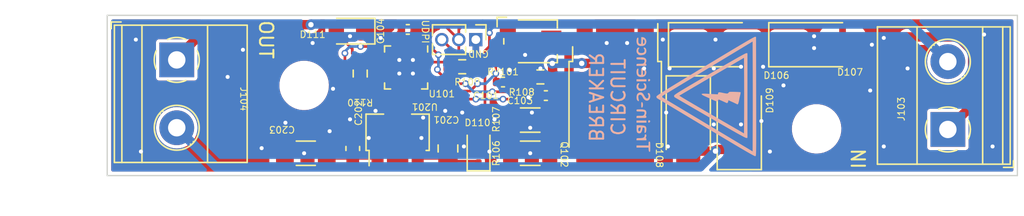
<source format=kicad_pcb>
(kicad_pcb (version 20221018) (generator pcbnew)
  (layers (0 "F.Cu" signal) (31 "B.Cu" signal) (34 "B.Paste" user) (35 "F.Paste" user) (36 "B.SilkS" user "B.Silkscreen") (37 "F.SilkS" user "F.Silkscreen") (38 "B.Mask" user) (39 "F.Mask" user) (44 "Edge.Cuts" user))
  (net 0 "")
  (net 1 "/CS")
  (net 2 "GND")
  (net 3 "+5V")
  (net 4 "VCC")
  (net 5 "Net-(D106-K)")
  (net 6 "Net-(D106-A)")
  (net 7 "Net-(D108-A)")
  (net 8 "Net-(D110-A)")
  (net 9 "Net-(D111-A)")
  (net 10 "Net-(Q102-B)")
  (net 11 "/ON{slash}OFF")
  (net 12 "/UDPI")
  (net 13 "/LED")
  (net 26 "/power control")
  (footprint "Potentiometer_SMD:Potentiometer_Bourns_TC33X_Vertical" (layer "F.Cu") (at 117.729 67.945)
    (fp_text reference "RV101" (at -2.159 2.286 unlocked) (layer "F.SilkS") (effects (font (size 0.5 0.5) (thickness 0.075))))
    (fp_text value "R_Potentiometer")
    (pad "1" smd rect (at -1.8 -1) (size 1.2 1.2) (layers "F.Cu" "F.Paste" "F.Mask") (net 3 "+5V"))
    (pad "2" smd rect (at 1.45 0) (size 1.5 1.6) (layers "F.Cu" "F.Paste" "F.Mask") (net 26 "/power control"))
    (pad "3" smd rect (at -1.8 1) (size 1.2 1.2) (layers "F.Cu" "F.Paste" "F.Mask") (net 2 "GND"))
  )
  (footprint "custom_kicad_lib_sk:R_0603_smalltext" (layer "F.Cu") (at 104.902 70.358 -90)
    (fp_text reference "R110" (at 2.159 0 -180 unlocked) (layer "F.SilkS") (effects (font (size 0.5 0.5) (thickness 0.075))))
    (fp_text value "470R")
    (pad "1" smd roundrect (at -0.9125 0 270) (size 0.975 0.95) (layers "F.Cu" "F.Paste" "F.Mask") (net 9 "Net-(D111-A)"))
    (pad "2" smd roundrect (at 0.9125 0 270) (size 0.975 0.95) (layers "F.Cu" "F.Paste" "F.Mask") (net 13 "/LED"))
  )
  (footprint "TerminalBlock_Phoenix:TerminalBlock_Phoenix_MKDS-1,5-2-5.08_1x02_P5.08mm_Horizontal" (layer "F.Cu") (at 148.805 74.545 90)
    (fp_text reference "J103" (at 1.529 -3.48 90 unlocked) (layer "F.SilkS") (effects (font (size 0.5 0.5) (thickness 0.075))))
    (fp_text value "Screw_Terminal_01x02")
    (pad "1" thru_hole rect (at 0 0 90) (size 2.6 2.6) (drill 1.3) (layers "*.Cu" "*.Mask") (net 6 "Net-(D106-A)"))
    (pad "2" thru_hole circle (at 5.08 0 90) (size 2.6 2.6) (drill 1.3) (layers "*.Cu" "*.Mask") (net 8 "Net-(D110-A)"))
  )
  (footprint "LED_SMD:LED_0805_2012Metric_Pad1.15x1.40mm_HandSolder" (layer "F.Cu") (at 104.14 67.183 180)
    (fp_text reference "D111" (at 2.794 -0.254 unlocked) (layer "F.SilkS") (effects (font (size 0.5 0.5) (thickness 0.075))))
    (fp_text value "LED")
    (pad "1" smd roundrect (at -1.025 0 180) (size 1.15 1.4) (layers "F.Cu" "F.Paste" "F.Mask") (roundrect_rratio 0.2173913043) (net 2 "GND"))
    (pad "2" smd roundrect (at 1.025 0 180) (size 1.15 1.4) (layers "F.Cu" "F.Paste" "F.Mask") (roundrect_rratio 0.2173913043) (net 9 "Net-(D111-A)"))
  )
  (footprint "Diode_SMD:D_SMA" (layer "F.Cu") (at 133.222 74.041 90)
    (fp_text reference "D109" (at 1.668 2.278 90 unlocked) (layer "F.SilkS") (effects (font (size 0.5 0.5) (thickness 0.075))))
    (fp_text value "D")
    (pad "1" smd roundrect (at -2 0 90) (size 2.5 1.8) (layers "F.Cu" "F.Paste" "F.Mask") (roundrect_rratio 0.1388888889) (net 7 "Net-(D108-A)"))
    (pad "2" smd roundrect (at 2 0 90) (size 2.5 1.8) (layers "F.Cu" "F.Paste" "F.Mask") (roundrect_rratio 0.1388888889) (net 2 "GND"))
  )
  (footprint "Resistor_SMD:R_1206_3216Metric" (layer "F.Cu") (at 117.602 73.8435)
    (fp_text reference "R107" (at -2.54 -0.0565 90 unlocked) (layer "F.SilkS") (effects (font (size 0.5 0.5) (thickness 0.075))))
    (fp_text value "0R1")
    (pad "1" smd roundrect (at -1.4625 0) (size 1.125 1.75) (layers "F.Cu" "F.Paste" "F.Mask") (roundrect_rratio 0.2222222222) (net 2 "GND"))
    (pad "2" smd roundrect (at 1.4625 0) (size 1.125 1.75) (layers "F.Cu" "F.Paste" "F.Mask") (roundrect_rratio 0.2222222222) (net 1 "/CS"))
  )
  (footprint "Capacitor_SMD:C_1206_3216Metric_Pad1.33x1.80mm_HandSolder" (layer "F.Cu") (at 100.838 76.327 180)
    (fp_text reference "C203" (at 1.778 1.778 180 unlocked) (layer "F.SilkS") (effects (font (size 0.5 0.5) (thickness 0.075))))
    (fp_text value "100uF")
    (pad "1" smd roundrect (at -1.5625 0 180) (size 1.325 1.8) (layers "F.Cu" "F.Paste" "F.Mask") (roundrect_rratio 0.1886792453) (net 3 "+5V"))
    (pad "2" smd roundrect (at 1.5625 0 180) (size 1.325 1.8) (layers "F.Cu" "F.Paste" "F.Mask") (roundrect_rratio 0.1886792453) (net 2 "GND"))
  )
  (footprint "Capacitor_SMD:C_0402_1005Metric" (layer "F.Cu") (at 115.57 70.993)
    (fp_text reference "C101" (at -1.27 1.016 unlocked) (layer "F.SilkS") (effects (font (size 0.5 0.5) (thickness 0.075))))
    (fp_text value "100nF")
    (pad "1" smd roundrect (at -0.48 0) (size 0.56 0.62) (layers "F.Cu" "F.Paste" "F.Mask") (net 26 "/power control"))
    (pad "2" smd roundrect (at 0.48 0) (size 0.56 0.62) (layers "F.Cu" "F.Paste" "F.Mask") (net 2 "GND"))
  )
  (footprint "custom_kicad_lib_sk:R_0603_smalltext" (layer "F.Cu") (at 112.522 69.85 180)
    (fp_text reference "R109" (at -0.381 -1.143 unlocked) (layer "F.SilkS") (effects (font (size 0.5 0.5) (thickness 0.075))))
    (fp_text value "10k")
    (pad "1" smd roundrect (at -0.9125 0 180) (size 0.975 0.95) (layers "F.Cu" "F.Paste" "F.Mask") (net 3 "+5V"))
    (pad "2" smd roundrect (at 0.9125 0 180) (size 0.975 0.95) (layers "F.Cu" "F.Paste" "F.Mask") (net 12 "/UDPI"))
  )
  (footprint "Capacitor_SMD:C_0402_1005Metric" (layer "F.Cu") (at 108.458 67.056)
    (fp_text reference "C104" (at -2.032 0.127 90 unlocked) (layer "F.SilkS") (effects (font (size 0.5 0.5) (thickness 0.075))))
    (fp_text value "100nF")
    (pad "1" smd roundrect (at -0.48 0) (size 0.56 0.62) (layers "F.Cu" "F.Paste" "F.Mask") (net 3 "+5V"))
    (pad "2" smd roundrect (at 0.48 0) (size 0.56 0.62) (layers "F.Cu" "F.Paste" "F.Mask") (net 2 "GND"))
  )
  (footprint "Diode_SMD:D_SMA" (layer "F.Cu") (at 138.937 68.199)
    (fp_text reference "D107" (at 2.563 2.055 unlocked) (layer "F.SilkS") (effects (font (size 0.5 0.5) (thickness 0.075))))
    (fp_text value "D")
    (pad "1" smd roundrect (at -2 0) (size 2.5 1.8) (layers "F.Cu" "F.Paste" "F.Mask") (roundrect_rratio 0.1388888889) (net 6 "Net-(D106-A)"))
    (pad "2" smd roundrect (at 2 0) (size 2.5 1.8) (layers "F.Cu" "F.Paste" "F.Mask") (roundrect_rratio 0.1388888889) (net 2 "GND"))
  )
  (footprint "MountingHole:MountingHole_3.2mm_M3" (layer "F.Cu") (at 139 74.5)
    (fp_text reference "REF**" hide)
    (fp_text value "MountingHole_3.2mm_M3")
    (pad "" np_thru_hole circle (at 0 0) (size 3.2 3.2) (drill 3.2) (layers "F&B.Cu" "*.Mask"))
  )
  (footprint "Diode_SMD:D_SMA" (layer "F.Cu") (at 129.412 74.041 -90)
    (fp_text reference "D108" (at 2.413 2.158 -90 unlocked) (layer "F.SilkS") (effects (font (size 0.5 0.5) (thickness 0.075))))
    (fp_text value "D")
    (pad "1" smd roundrect (at -2 0 270) (size 2.5 1.8) (layers "F.Cu" "F.Paste" "F.Mask") (roundrect_rratio 0.1388888889) (net 5 "Net-(D106-K)"))
    (pad "2" smd roundrect (at 2 0 270) (size 2.5 1.8) (layers "F.Cu" "F.Paste" "F.Mask") (roundrect_rratio 0.1388888889) (net 7 "Net-(D108-A)"))
  )
  (footprint "Diode_SMD:D_SMA" (layer "F.Cu") (at 131.444 68.199)
    (fp_text reference "D106" (at 4.556 2.301 unlocked) (layer "F.SilkS") (effects (font (size 0.5 0.5) (thickness 0.075))))
    (fp_text value "D")
    (pad "1" smd roundrect (at -2 0) (size 2.5 1.8) (layers "F.Cu" "F.Paste" "F.Mask") (roundrect_rratio 0.1388888889) (net 5 "Net-(D106-K)"))
    (pad "2" smd roundrect (at 2 0) (size 2.5 1.8) (layers "F.Cu" "F.Paste" "F.Mask") (roundrect_rratio 0.1388888889) (net 6 "Net-(D106-A)"))
  )
  (footprint "Resistor_SMD:R_1206_3216Metric" (layer "F.Cu") (at 117.602 76.327 180)
    (fp_text reference "R106" (at 2.54 0 90 unlocked) (layer "F.SilkS") (effects (font (size 0.5 0.5) (thickness 0.075))))
    (fp_text value "0R1")
    (pad "1" smd roundrect (at -1.4625 0 180) (size 1.125 1.75) (layers "F.Cu" "F.Paste" "F.Mask") (roundrect_rratio 0.2222222222) (net 1 "/CS"))
    (pad "2" smd roundrect (at 1.4625 0 180) (size 1.125 1.75) (layers "F.Cu" "F.Paste" "F.Mask") (roundrect_rratio 0.2222222222) (net 2 "GND"))
  )
  (footprint "Capacitor_SMD:C_0805_2012Metric" (layer "F.Cu") (at 111.458 75.969 90)
    (fp_text reference "C201" (at 2.159 -0.127 180 unlocked) (layer "F.SilkS") (effects (font (size 0.5 0.5) (thickness 0.075))))
    (fp_text value "470nF")
    (pad "1" smd roundrect (at -0.95 0 90) (size 1 1.45) (layers "F.Cu" "F.Paste" "F.Mask") (net 4 "VCC"))
    (pad "2" smd roundrect (at 0.95 0 90) (size 1 1.45) (layers "F.Cu" "F.Paste" "F.Mask") (net 2 "GND"))
  )
  (footprint "Package_TO_SOT_SMD:TO-252-2" (layer "F.Cu") (at 123.952 72.766 -90)
    (fp_text reference "Q102" (at 3.649 3.81 -90 unlocked) (layer "F.SilkS") (effects (font (size 0.5 0.5) (thickness 0.075))))
    (fp_text value "4A_DARLINGTON")
    (pad "1" smd roundrect (at -5.04 -2.28 270) (size 2.2 1.2) (layers "F.Cu" "F.Paste" "F.Mask") (roundrect_rratio 0.2083333333) (net 10 "Net-(Q102-B)"))
    (pad "2" smd roundrect (at -0.415 -1.525 270) (size 3.05 2.75) (layers "F.Cu" "F.Paste") (roundrect_rratio 0.09090909091) (net 5 "Net-(D106-K)"))
    (pad "2" smd roundrect (at -0.415 1.525 270) (size 3.05 2.75) (layers "F.Cu" "F.Paste") (roundrect_rratio 0.09090909091) (net 5 "Net-(D106-K)"))
    (pad "2" smd roundrect (at 1.26 0 270) (size 6.4 5.8) (layers "F.Cu" "F.Mask") (roundrect_rratio 0.04310293103) (net 5 "Net-(D106-K)"))
    (pad "2" smd roundrect (at 2.935 -1.525 270) (size 3.05 2.75) (layers "F.Cu" "F.Paste") (roundrect_rratio 0.09090909091) (net 5 "Net-(D106-K)"))
    (pad "2" smd roundrect (at 2.935 1.525 270) (size 3.05 2.75) (layers "F.Cu" "F.Paste") (roundrect_rratio 0.09090909091) (net 5 "Net-(D106-K)"))
    (pad "3" smd roundrect (at -5.04 2.28 270) (size 2.2 1.2) (layers "F.Cu" "F.Paste" "F.Mask") (roundrect_rratio 0.2083333333) (net 1 "/CS"))
  )
  (footprint "Diode_SMD:D_SOD-323" (layer "F.Cu") (at 113.744 76.03 90)
    (fp_text reference "D110" (at 1.989 -0.079 unlocked) (layer "F.SilkS") (effects (font (size 0.5 0.5) (thickness 0.075))))
    (fp_text value "1N4148WS")
    (pad "1" smd roundrect (at -1.05 0 90) (size 0.6 0.45) (layers "F.Cu" "F.Paste" "F.Mask") (net 4 "VCC"))
    (pad "2" smd roundrect (at 1.05 0 90) (size 0.6 0.45) (layers "F.Cu" "F.Paste" "F.Mask") (net 8 "Net-(D110-A)"))
  )
  (footprint "MountingHole:MountingHole_3.2mm_M3" (layer "F.Cu") (at 100.711 71.247)
    (fp_text reference "REF**" hide)
    (fp_text value "MountingHole_3.2mm_M3")
    (pad "" np_thru_hole circle (at 0 0) (size 3.2 3.2) (drill 3.2) (layers "*.Cu" "*.Mask"))
  )
  (footprint "TerminalBlock_Phoenix:TerminalBlock_Phoenix_MKDS-1,5-2-5.08_1x02_P5.08mm_Horizontal" (layer "F.Cu") (at 91.195 69.337 -90)
    (fp_text reference "J104" (at 2.926 -5.004 -90 unlocked) (layer "F.SilkS") (effects (font (size 0.5 0.5) (thickness 0.075))))
    (fp_text value "Screw_Terminal_01x02")
    (pad "1" thru_hole rect (at 0 0 270) (size 2.6 2.6) (drill 1.3) (layers "*.Cu" "*.Mask") (net 8 "Net-(D110-A)"))
    (pad "2" thru_hole circle (at 5.08 0 270) (size 2.6 2.6) (drill 1.3) (layers "*.Cu" "*.Mask") (net 7 "Net-(D108-A)"))
  )
  (footprint "Capacitor_SMD:C_0402_1005Metric" (layer "F.Cu") (at 118.773 72.009 180)
    (fp_text reference "C103" (at 1.933 -0.381 unlocked) (layer "F.SilkS") (effects (font (size 0.5 0.5) (thickness 0.075))))
    (fp_text value "100nF")
    (pad "1" smd roundrect (at -0.48 0 180) (size 0.56 0.62) (layers "F.Cu" "F.Paste" "F.Mask") (net 1 "/CS"))
    (pad "2" smd roundrect (at 0.48 0 180) (size 0.56 0.62) (layers "F.Cu" "F.Paste" "F.Mask") (net 2 "GND"))
  )
  (footprint "custom_kicad_lib_sk:R_0603_smalltext" (layer "F.Cu") (at 118.364 70.612 180)
    (fp_text reference "R108" (at 1.397 -1.143 unlocked) (layer "F.SilkS") (effects (font (size 0.5 0.5) (thickness 0.075))))
    (fp_text value "10k")
    (pad "1" smd roundrect (at -0.9125 0 180) (size 0.975 0.95) (layers "F.Cu" "F.Paste" "F.Mask") (net 10 "Net-(Q102-B)"))
    (pad "2" smd roundrect (at 0.9125 0 180) (size 0.975 0.95) (layers "F.Cu" "F.Paste" "F.Mask") (net 11 "/ON{slash}OFF"))
  )
  (footprint "Connector_PinHeader_1.27mm:PinHeader_1x03_P1.27mm_Vertical" (layer "F.Cu") (at 113.538 67.818 -90)
    (fp_text reference "J105" hide)
    (fp_text value "Conn_01x03")
    (pad "1" thru_hole rect (at 0 0 270) (size 1 1) (drill 0.65) (layers "*.Cu" "*.Mask") (net 2 "GND"))
    (pad "2" thru_hole oval (at 0 1.27 270) (size 1 1) (drill 0.65) (layers "*.Cu" "*.Mask") (net 3 "+5V"))
    (pad "3" thru_hole oval (at 0 2.54 270) (size 1 1) (drill 0.65) (layers "*.Cu" "*.Mask") (net 12 "/UDPI"))
  )
  (footprint "Package_TO_SOT_SMD:SOT-89-3" (layer "F.Cu") (at 107.696 74.757 90)
    (fp_text reference "U201" (at 1.905 2.032 180 unlocked) (layer "F.SilkS") (effects (font (size 0.5 0.5) (thickness 0.075))))
    (fp_text value "L78L05_SOT89")
    (pad "1" smd rect (at -1.95 -1.5 90) (size 1.3 0.9) (layers "F.Cu" "F.Paste" "F.Mask") (net 3 "+5V"))
    (pad "2" smd custom (at -1.8625 0 90) (size 1.475 0.9) (layers "F.Cu" "F.Paste" "F.Mask") (net 2 "GND") (options (clearance outline) (anchor rect)) (primitives (gr_poly (pts (xy 3.8625 0.8665) (xy 0.7375 0.8665) (xy 0.7375 -0.8665) (xy 3.8625 -0.8665)) (width 0) (fill yes))))
    (pad "3" smd rect (at -1.95 1.5 90) (size 1.3 0.9) (layers "F.Cu" "F.Paste" "F.Mask") (net 4 "VCC"))
  )
  (footprint "Capacitor_SMD:C_0603_1608Metric_Pad1.08x0.95mm_HandSolder" (layer "F.Cu") (at 104.346 75.969 90)
    (fp_text reference "C202" (at 2.667 0.429 90 unlocked) (layer "F.SilkS") (effects (font (size 0.5 0.5) (thickness 0.075))))
    (fp_text value "100nF")
    (pad "1" smd roundrect (at -0.8625 0 90) (size 1.075 0.95) (layers "F.Cu" "F.Paste" "F.Mask") (net 3 "+5V"))
    (pad "2" smd roundrect (at 0.8625 0 90) (size 1.075 0.95) (layers "F.Cu" "F.Paste" "F.Mask") (net 2 "GND"))
  )
  (footprint "custom_kicad_lib_sk:VQFN-20-1EP_3x3mm_P0.4mm_EP1.7x1.7mm" (layer "F.Cu") (at 108.331 69.903 -90)
    (fp_text reference "U101" (at 1.979 -2.667 unlocked) (layer "F.SilkS") (effects (font (size 0.5 0.5) (thickness 0.075))))
    (fp_text value "ATtiny1616-M")
    (pad "1" smd custom (at -1.45 -0.8 270) (size 0.143431 0.143431) (layers "F.Cu" "F.Paste" "F.Mask") (options (clearance outline) (anchor circle)) (primitives (gr_poly (pts (xy 0.35 0.000711) (xy 0.35 0.05) (xy -0.35 0.05) (xy -0.35 -0.05) (xy 0.299289 -0.05)) (width 0.1) (fill yes))))
    (pad "2" smd roundrect (at -1.45 -0.4 270) (size 0.8 0.2) (layers "F.Cu" "F.Paste" "F.Mask") (net 11 "/ON{slash}OFF"))
    (pad "3" smd roundrect (at -1.45 0 270) (size 0.8 0.2) (layers "F.Cu" "F.Paste" "F.Mask") (net 2 "GND"))
    (pad "4" smd roundrect (at -1.45 0.4 270) (size 0.8 0.2) (layers "F.Cu" "F.Paste" "F.Mask") (net 3 "+5V"))
    (pad "5" smd custom (at -1.45 0.8 270) (size 0.143431 0.143431) (layers "F.Cu" "F.Paste" "F.Mask") (net 13 "/LED") (options (clearance outline) (anchor circle)) (primitives (gr_poly (pts (xy 0.35 -0.000711) (xy 0.299289 0.05) (xy -0.35 0.05) (xy -0.35 -0.05) (xy 0.35 -0.05)) (width 0.1) (fill yes))))
    (pad "6" smd custom (at -0.8 1.45 270) (size 0.143431 0.143431) (layers "F.Cu" "F.Paste" "F.Mask") (options (clearance outline) (anchor circle)) (primitives (gr_poly (pts (xy 0.05 0.35) (xy -0.05 0.35) (xy -0.05 -0.299289) (xy 0.000711 -0.35) (xy 0.05 -0.35)) (width 0.1) (fill yes))))
    (pad "7" smd roundrect (at -0.4 1.45 270) (size 0.2 0.8) (layers "F.Cu" "F.Paste" "F.Mask") (net 1 "/CS"))
    (pad "8" smd roundrect (at 0 1.45 270) (size 0.2 0.8) (layers "F.Cu" "F.Paste" "F.Mask"))
    (pad "9" smd roundrect (at 0.4 1.45 270) (size 0.2 0.8) (layers "F.Cu" "F.Paste" "F.Mask"))
    (pad "10" smd custom (at 0.8 1.45 270) (size 0.143431 0.143431) (layers "F.Cu" "F.Paste" "F.Mask") (options (clearance outline) (anchor circle)) (primitives (gr_poly (pts (xy 0.05 -0.299289) (xy 0.05 0.35) (xy -0.05 0.35) (xy -0.05 -0.35) (xy -0.000711 -0.35)) (width 0.1) (fill yes))))
    (pad "11" smd custom (at 1.45 0.8 270) (size 0.143431 0.143431) (layers "F.Cu" "F.Paste" "F.Mask") (options (clearance outline) (anchor circle)) (primitives (gr_poly (pts (xy 0.35 0.05) (xy -0.299289 0.05) (xy -0.35 -0.000711) (xy -0.35 -0.05) (xy 0.35 -0.05)) (width 0.1) (fill yes))))
    (pad "12" smd roundrect (at 1.45 0.4 270) (size 0.8 0.2) (layers "F.Cu" "F.Paste" "F.Mask"))
    (pad "13" smd roundrect (at 1.45 0 270) (size 0.8 0.2) (layers "F.Cu" "F.Paste" "F.Mask"))
    (pad "14" smd roundrect (at 1.45 -0.4 270) (size 0.8 0.2) (layers "F.Cu" "F.Paste" "F.Mask"))
    (pad "15" smd custom (at 1.45 -0.8 270) (size 0.143431 0.143431) (layers "F.Cu" "F.Paste" "F.Mask") (options (clearance outline) (anchor circle)) (primitives (gr_poly (pts (xy 0.35 0.05) (xy -0.35 0.05) (xy -0.35 0.000711) (xy -0.299289 -0.05) (xy 0.35 -0.05)) (width 0.1) (fill yes))))
    (pad "16" smd custom (at 0.8 -1.45 270) (size 0.143431 0.143431) (layers "F.Cu" "F.Paste" "F.Mask") (net 26 "/power control") (options (clearance outline) (anchor circle)) (primitives (gr_poly (pts (xy 0.05 0.299289) (xy -0.000711 0.35) (xy -0.05 0.35) (xy -0.05 -0.35) (xy 0.05 -0.35)) (width 0.1) (fill yes))))
    (pad "17" smd roundrect (at 0.4 -1.45 270) (size 0.2 0.8) (layers "F.Cu" "F.Paste" "F.Mask"))
    (pad "18" smd roundrect (at 0 -1.45 270) (size 0.2 0.8) (layers "F.Cu" "F.Paste" "F.Mask"))
    (pad "19" smd roundrect (at -0.4 -1.45 270) (size 0.2 0.8) (layers "F.Cu" "F.Paste" "F.Mask") (net 12 "/UDPI"))
    (pad "20" smd custom (at -0.8 -1.45 270) (size 0.143431 0.143431) (layers "F.Cu" "F.Paste" "F.Mask") (options (clearance outline) (anchor circle)) (primitives (gr_poly (pts (xy 0.05 0.35) (xy 0.000711 0.35) (xy -0.05 0.299289) (xy -0.05 -0.35) (xy 0.05 -0.35)) (width 0.1) (fill yes))))
    (pad "21" smd rect (at 0 0 270) (size 1.7 1.7) (layers "F.Cu" "F.Mask") (net 2 "GND"))
  )
  (footprint "custom_kicad_lib_sk:Train-Science logo small" (layer "B.Cu") (at 129.921 72.009 90)
    (fp_text reference "G***" hide)
    (fp_text value "LOGO" hide)
  )
  (gr_line (start 154 78) (end 154 66) (stroke (width 0.1)) (layer "Edge.Cuts"))
  (gr_line (start 154 78) (end 86 78) (stroke (width 0.1)) (layer "Edge.Cuts"))
  (gr_line (start 86 66) (end 86 78) (stroke (width 0.1)) (layer "Edge.Cuts"))
  (gr_line (start 154 66) (end 86 66) (stroke (width 0.1)) (layer "Edge.Cuts"))
  (gr_text "CIRCUIT\nBREAKER" (at 121.92 72.136 270) (layer "B.SilkS") (effects (font (size 1 1)) (justify bottom mirror)))
  (gr_text "IN" (at 142.748 77.597 90) (layer "F.SilkS") (effects (font (size 1 1)) (justify left bottom)))
  (gr_text "UDPI" (at 109.474 66.294 -90) (layer "F.SilkS") (effects (font (size 0.5 0.5) (thickness 0.075)) (justify left bottom)))
  (gr_text "GND\n" (at 114.554 68.58 180) (layer "F.SilkS") (effects (font (size 0.5 0.5) (thickness 0.075)) (justify left bottom)))
  (gr_text "OUT" (at 97.282 66.294 270) (layer "F.SilkS") (effects (font (size 1 1)) (justify left bottom)))
  (segment (start 120.502 70.987693) (end 119.480693 72.009) (width 0.7) (layer "F.Cu") (net 1))
  (segment (start 106.172 69.717025) (end 106.172 70.888975) (width 0.2) (layer "F.Cu") (net 1))
  (segment (start 119.253 73.655) (end 119.0645 73.8435) (width 0.7) (layer "F.Cu") (net 1))
  (segment (start 116.666593 71.962593) (end 116.35536 72.273826) (width 0.2) (layer "F.Cu") (net 1))
  (segment (start 106.881 69.503) (end 106.386025 69.503) (width 0.2) (layer "F.Cu") (net 1))
  (segment (start 120.502 68.896) (end 120.502 70.987693) (width 0.7) (layer "F.Cu") (net 1))
  (segment (start 116.35536 72.273826) (end 115.57 72.273826) (width 0.2) (layer "F.Cu") (net 1))
  (segment (start 119.253 72.009) (end 118.631 71.387) (width 0.2) (layer "F.Cu") (net 1))
  (segment (start 119.480693 72.009) (end 119.253 72.009) (width 0.7) (layer "F.Cu") (net 1))
  (segment (start 119.0645 73.8435) (end 119.0645 76.327) (width 0.7) (layer "F.Cu") (net 1))
  (segment (start 106.172 70.888975) (end 107.556851 72.273826) (width 0.2) (layer "F.Cu") (net 1))
  (segment (start 119.253 72.009) (end 119.253 73.655) (width 0.7) (layer "F.Cu") (net 1))
  (segment (start 118.631 71.387) (end 117.242186 71.387) (width 0.2) (layer "F.Cu") (net 1))
  (segment (start 106.386025 69.503) (end 106.172 69.717025) (width 0.2) (layer "F.Cu") (net 1))
  (segment (start 107.556851 72.273826) (end 113.538 72.273826) (width 0.2) (layer "F.Cu") (net 1))
  (segment (start 117.242186 71.387) (end 116.666593 71.962593) (width 0.2) (layer "F.Cu") (net 1))
  (segment (start 121.672 67.726) (end 120.502 68.896) (width 0.7) (layer "F.Cu") (net 1))
  (via (at 115.57 72.273826) (size 0.5) (drill 0.3) (layers "F.Cu" "B.Cu") (net 1))
  (via (at 113.538 72.273826) (size 0.5) (drill 0.3) (layers "F.Cu" "B.Cu") (net 1))
  (segment (start 113.538 72.273826) (end 115.57 72.273826) (width 0.2) (layer "B.Cu") (net 1))
  (segment (start 116.078 70.104) (end 116.078 69.094) (width 0.2) (layer "F.Cu") (net 2))
  (segment (start 116.05 70.993) (end 116.05 70.132) (width 0.2) (layer "F.Cu") (net 2))
  (segment (start 116.078 69.094) (end 115.929 68.945) (width 0.2) (layer "F.Cu") (net 2))
  (segment (start 116.05 70.132) (end 116.078 70.104) (width 0.2) (layer "F.Cu") (net 2))
  (segment (start 106.426 67.691) (end 105.673 67.691) (width 0.2) (layer "F.Cu") (net 2))
  (segment (start 108.331 67.663) (end 108.938 67.056) (width 0.2) (layer "F.Cu") (net 2))
  (segment (start 104.14 67.564) (end 104.784 67.564) (width 0.2) (layer "F.Cu") (net 2))
  (segment (start 108.331 68.453) (end 108.331 69.903) (width 0.2) (layer "F.Cu") (net 2))
  (segment (start 104.784 67.564) (end 105.165 67.183) (width 0.2) (layer "F.Cu") (net 2))
  (segment (start 108.331 68.453) (end 108.331 67.663) (width 0.2) (layer "F.Cu") (net 2))
  (segment (start 105.673 67.691) (end 105.165 67.183) (width 0.2) (layer "F.Cu") (net 2))
  (via (at 126.111 69.977) (size 0.5) (drill 0.3) (layers "F.Cu" "B.Cu") (net 2))
  (via (at 131.445 67.818) (size 0.5) (drill 0.3) (layers "F.Cu" "B.Cu") (net 2))
  (via (at 112.522 73.279) (size 0.5) (drill 0.3) (layers "F.Cu" "B.Cu") (net 2))
  (via (at 117.475 72.136) (size 0.5) (drill 0.3) (layers "F.Cu" "B.Cu") (net 2))
  (via (at 109.474 75.184) (size 0.5) (drill 0.3) (layers "F.Cu" "B.Cu") (net 2))
  (via (at 114.935 73.787) (size 0.5) (drill 0.3) (layers "F.Cu" "B.Cu") (net 2))
  (via (at 96.139 68.58) (size 0.5) (drill 0.3) (layers "F.Cu" "B.Cu") (net 2))
  (via (at 133.35 69.85) (size 0.5) (drill 0.3) (layers "F.Cu" "B.Cu") (net 2))
  (via (at 152.146 75.819) (size 0.5) (drill 0.3) (layers "F.Cu" "B.Cu") (net 2))
  (via (at 143.002 71.628) (size 0.5) (drill 0.3) (layers "F.Cu" "B.Cu") (net 2))
  (via (at 138.811 67.564) (size 0.5) (drill 0.3) (layers "F.Cu" "B.Cu") (net 2))
  (via (at 131.318 69.977) (size 0.5) (drill 0.3) (layers "F.Cu" "B.Cu") (net 2))
  (via (at 128.016 69.977) (size 0.5) (drill 0.3) (layers "F.Cu" "B.Cu") (net 2))
  (via (at 127.889 75.819) (size 0.5) (drill 0.3) (layers "F.Cu" "B.Cu") (net 2))
  (via (at 151.511 67.437) (size 0.5) (drill 0.3) (layers "F.Cu" "B.Cu") (net 2))
  (via (at 106.426 67.691) (size 0.5) (drill 0.3) (layers "F.Cu" "B.Cu") (net 2))
  (via (at 138.811 68.453) (size 0.5) (drill 0.3) (layers "F.Cu" "B.Cu") (net 2))
  (via (at 99.314 74.041) (size 0.5) (drill 0.3) (layers "F.Cu" "B.Cu") (net 2))
  (via (at 135.001 69.85) (size 0.5) (drill 0.3) (layers "F.Cu" "B.Cu") (net 2))
  (via (at 111.252 73.152) (size 0.5) (drill 0.3) (layers "F.Cu" "B.Cu") (net 2))
  (via (at 123.317 68.072) (size 0.5) (drill 0.3) (layers "F.Cu" "B.Cu") (net 2))
  (via (at 135.509 76.2) (size 0.5) (drill 0.3) (layers "F.Cu" "B.Cu") (net 2))
  (via (at 107.823 70.358) (size 0.5) (drill 0.3) (layers "F.Cu" "B.Cu") (net 2))
  (via (at 117.602 76.327) (size 0.5) (drill 0.3) (layers "F.Cu" "B.Cu") (net 2))
  (via (at 136.525 71.247) (size 0.5) (drill 0.3) (layers "F.Cu" "B.Cu") (net 2))
  (via (at 131.318 74.168) (size 0.5) (drill 0.3) (layers "F.Cu" "B.Cu") (net 2))
  (via (at 104.14 67.564) (size 0.5) (drill 0.3) (layers "F.Cu" "B.Cu") (net 2))
  (via (at 106.045 73.152) (size 0.5) (drill 0.3) (layers "F.Cu" "B.Cu") (net 2))
  (via (at 114.554 76.2) (size 0.5) (drill 0.3) (layers "F.Cu" "B.Cu") (net 2))
  (via (at 88.138 67.818) (size 0.5) (drill 0.3) (layers "F.Cu" "B.Cu") (net 2))
  (via (at 144.018 75.819) (size 0.5) (drill 0.3) (layers "F.Cu" "B.Cu") (net 2))
  (via (at 108.839 69.342) (size 0.5) (drill 0.3) (layers "F.Cu" "B.Cu") (net 2))
  (via (at 112.649 75.819) (size 0.5) (drill 0.3) (layers "F.Cu" "B.Cu") (net 2))
  (via (at 102.616 74.676) (size 0.5) (drill 0.3) (layers "F.Cu" "B.Cu") (net 2))
  (via (at 88.519 76.2) (size 0.5) (drill 0.3) (layers "F.Cu" "B.Cu") (net 2))
  (via (at 127.762 73.279) (size 0.5) (drill 0.3) (layers "F.Cu" "B.Cu") (net 2))
  (via (at 124.841 68.072) (size 0.5) (drill 0.3) (layers "F.Cu" "B.Cu") (net 2))
  (via (at 102.87 71.501) (size 0.5) (drill 0.3) (layers "F.Cu" "B.Cu") (net 2))
  (via (at 145.796 69.977) (size 0.5) (drill 0.3) (layers "F.Cu" "B.Cu") (net 2))
  (via (at 117.729 73.279) (size 0.5) (drill 0.3) (layers "F.Cu" "B.Cu") (net 2))
  (via (at 101.346 68.072) (size 0.5) (drill 0.3) (layers "F.Cu" "B.Cu") (net 2))
  (via (at 117.602 74.422) (size 0.5) (drill 0.3) (layers "F.Cu" "B.Cu") (net 2))
  (via (at 143.129 68.199) (size 0.5) (drill 0.3) (layers "F.Cu" "B.Cu") (net 2))
  (via (at 109.601 73.66) (size 0.5) (drill 0.3) (layers "F.Cu" "B.Cu") (net 2))
  (via (at 134.874 73.914) (size 0.5) (drill 0.3) (layers "F.Cu" "B.Cu") (net 2))
  (via (at 100.711 76.327) (size 0.5) (drill 0.3) (layers "F.Cu" "B.Cu") (net 2))
  (via (at 127.508 67.818) (size 0.5) (drill 0.3) (layers "F.Cu" "B.Cu") (net 2))
  (via (at 105.537 75.184) (size 0.5) (drill 0.3) (layers "F.Cu" "B.Cu") (net 2))
  (via (at 104.14 73.787) (size 0.5) (drill 0.3) (layers "F.Cu" "B.Cu") (net 2))
  (via (at 108.839 70.358) (size 0.5) (drill 0.3) (layers "F.Cu" "B.Cu") (net 2))
  (via (at 107.823 69.342) (size 0.5) (drill 0.3) (layers "F.Cu" "B.Cu") (net 2))
  (via (at 118.364 69.977) (size 0.5) (drill 0.3) (layers "F.Cu" "B.Cu") (net 2))
  (via (at 97.536 75.946) (size 0.5) (drill 0.3) (layers "F.Cu" "B.Cu") (net 2))
  (via (at 94.996 70.612) (size 0.5) (drill 0.3) (layers "F.Cu" "B.Cu") (net 2))
  (via (at 116.078 70.104) (size 0.5) (drill 0.3) (layers "F.Cu" "B.Cu") (net 2))
  (via (at 117.221 68.961) (size 0.5) (drill 0.3) (layers "F.Cu" "B.Cu") (net 2))
  (via (at 133.35 74.168) (size 0.5) (drill 0.3) (layers "F.Cu" "B.Cu") (net 2))
  (via (at 144.018 67.691) (size 0.5) (drill 0.3) (layers "F.Cu" "B.Cu") (net 2))
  (segment (start 106.196 74.7) (end 106.196 76.707) (width 0.2) (layer "F.Cu") (net 3))
  (segment (start 115.929 66.945) (end 115.659 66.675) (width 0.2) (layer "F.Cu") (net 3))
  (segment (start 102.7805 76.707) (end 106.196 76.707) (width 0.2) (layer "F.Cu") (net 3))
  (segment (start 112.687 66.637) (end 112.268 67.056) (width 0.2) (layer "F.Cu") (net 3))
  (segment (start 103.759 72.263) (end 106.196 74.7) (width 0.2) (layer "F.Cu") (net 3))
  (segment (start 108.331 66.421) (end 107.978 66.774) (width 0.2) (layer "F.Cu") (net 3))
  (segment (start 107.978 66.774) (end 107.978 67.056) (width 0.2) (layer "F.Cu") (net 3))
  (segment (start 104.922926 68.3325) (end 105.568317 68.3325) (width 0.2) (layer "F.Cu") (net 3))
  (segment (start 103.759 68.834) (end 103.759 72.263) (width 0.2) (layer "F.Cu") (net 3))
  (segment (start 115.659 66.675) (end 114.376 66.675) (width 0.2) (layer "F.Cu") (net 3))
  (segment (start 114.376 66.675) (end 114.338 66.637) (width 0.2) (layer "F.Cu") (net 3))
  (segment (start 114.338 66.637) (end 112.687 66.637) (width 0.2) (layer "F.Cu") (net 3))
  (segment (start 110.871 66.421) (end 108.331 66.421) (width 0.2) (layer "F.Cu") (net 3))
  (segment (start 105.568317 68.3325) (end 105.597817 68.303) (width 0.2) (layer "F.Cu") (net 3))
  (segment (start 112.268 67.818) (end 110.871 66.421) (width 0.2) (layer "F.Cu") (net 3))
  (segment (start 102.4005 76.327) (end 102.7805 76.707) (width 0.2) (layer "F.Cu") (net 3))
  (segment (start 112.268 68.6835) (end 112.268 67.818) (width 0.2) (layer "F.Cu") (net 3))
  (segment (start 112.268 67.056) (end 112.268 67.818) (width 0.2) (layer "F.Cu") (net 3))
  (segment (start 106.703 68.303) (end 107.95 67.056) (width 0.2) (layer "F.Cu") (net 3))
  (segment (start 107.95 67.056) (end 107.978 67.056) (width 0.2) (layer "F.Cu") (net 3))
  (segment (start 113.4345 69.85) (end 112.268 68.6835) (width 0.2) (layer "F.Cu") (net 3))
  (segment (start 107.931 67.103) (end 107.931 68.453) (width 0.2) (layer "F.Cu") (net 3))
  (segment (start 105.597817 68.303) (end 106.703 68.303) (width 0.2) (layer "F.Cu") (net 3))
  (segment (start 107.978 67.056) (end 107.931 67.103) (width 0.2) (layer "F.Cu") (net 3))
  (via (at 103.759 68.834) (size 0.5) (drill 0.3) (layers "F.Cu" "B.Cu") (net 3))
  (via (at 104.922926 68.3325) (size 0.5) (drill 0.3) (layers "F.Cu" "B.Cu") (net 3))
  (segment (start 104.1335 68.3325) (end 104.922926 68.3325) (width 0.2) (layer "B.Cu") (net 3))
  (segment (start 103.759 68.834) (end 103.759 68.707) (width 0.2) (layer "B.Cu") (net 3))
  (segment (start 103.759 68.707) (end 104.1335 68.3325) (width 0.2) (layer "B.Cu") (net 3))
  (segment (start 111.246 76.707) (end 111.458 76.919) (width 0.2) (layer "F.Cu") (net 4))
  (segment (start 111.458 76.919) (end 113.583 76.919) (width 0.2) (layer "F.Cu") (net 4))
  (segment (start 113.583 76.919) (end 113.744 77.08) (width 0.2) (layer "F.Cu") (net 4))
  (segment (start 109.196 76.707) (end 111.246 76.707) (width 0.2) (layer "F.Cu") (net 4))
  (segment (start 129.412 68.231) (end 129.444 68.199) (width 0.7) (layer "F.Cu") (net 5))
  (segment (start 129.412 72.041) (end 129.412 68.231) (width 0.7) (layer "F.Cu") (net 5))
  (segment (start 125.787 72.041) (end 125.477 72.351) (width 0.7) (layer "F.Cu") (net 5))
  (segment (start 129.412 72.041) (end 125.787 72.041) (width 0.7) (layer "F.Cu") (net 5))
  (segment (start 150.655 72.695) (end 150.655 68.698704) (width 0.7) (layer "F.Cu") (net 6))
  (segment (start 148.805 74.545) (end 150.655 72.695) (width 0.7) (layer "F.Cu") (net 6))
  (segment (start 150.655 68.698704) (end 149.571296 67.615) (width 0.7) (layer "F.Cu") (net 6))
  (segment (start 133.444 68.199) (end 136.937 68.199) (width 0.7) (layer "F.Cu") (net 6))
  (segment (start 139.065 69.977) (end 137.287 68.199) (width 0.7) (layer "F.Cu") (net 6))
  (segment (start 143.383 69.977) (end 139.065 69.977) (width 0.7) (layer "F.Cu") (net 6))
  (segment (start 137.287 68.199) (end 136.937 68.199) (width 0.7) (layer "F.Cu") (net 6))
  (segment (start 145.745 67.615) (end 143.383 69.977) (width 0.7) (layer "F.Cu") (net 6))
  (segment (start 149.571296 67.615) (end 145.745 67.615) (width 0.7) (layer "F.Cu") (net 6))
  (segment (start 131.445 76.168) (end 129.539 76.168) (width 0.7) (layer "F.Cu") (net 7))
  (segment (start 133.222 76.041) (end 131.572 76.041) (width 0.7) (layer "F.Cu") (net 7))
  (segment (start 129.539 76.168) (end 129.412 76.041) (width 0.7) (layer "F.Cu") (net 7))
  (segment (start 131.572 76.041) (end 131.445 76.168) (width 0.7) (layer "F.Cu") (net 7))
  (segment (start 91.308 74.417) (end 91.195 74.417) (width 0.7) (layer "F.Cu") (net 7))
  (via (at 131.445 76.168) (size 0.8) (drill 0.4) (layers "F.Cu" "B.Cu") (net 7))
  (segment (start 131.445 76.168) (end 131.445 76.2) (width 0.7) (layer "B.Cu") (net 7))
  (segment (start 94.128 77.35) (end 91.195 74.417) (width 0.7) (layer "B.Cu") (net 7))
  (segment (start 130.295 77.35) (end 94.128 77.35) (width 0.7) (layer "B.Cu") (net 7))
  (segment (start 131.445 76.2) (end 130.295 77.35) (width 0.7) (layer "B.Cu") (net 7))
  (segment (start 91.195 69.337) (end 91.195 69.206) (width 0.7) (layer "F.Cu") (net 8))
  (segment (start 92.964 67.437) (end 93.7015 66.6995) (width 0.7) (layer "F.Cu") (net 8))
  (segment (start 91.195 69.206) (end 92.964 67.437) (width 0.7) (layer "F.Cu") (net 8))
  (segment (start 93.7015 66.6995) (end 101.219 66.6995) (width 0.7) (layer "F.Cu") (net 8))
  (segment (start 114.222 74.502) (end 113.744 74.98) (width 0.2) (layer "F.Cu") (net 8))
  (segment (start 114.222 68.658) (end 114.222 74.502) (width 0.2) (layer "F.Cu") (net 8))
  (segment (start 114.554 68.326) (end 114.222 68.658) (width 0.2) (layer "F.Cu") (net 8))
  (segment (start 114.554 67.31) (end 114.554 68.326) (width 0.2) (layer "F.Cu") (net 8))
  (via (at 101.219 66.6995) (size 0.8) (drill 0.4) (layers "F.Cu" "B.Cu") (net 8))
  (via (at 114.554 67.31) (size 0.5) (drill 0.3) (layers "F.Cu" "B.Cu") (net 8))
  (segment (start 148.805 69.465) (end 145.99 66.65) (width 0.7) (layer "B.Cu") (net 8))
  (segment (start 145.99 66.65) (end 115.189 66.65) (width 0.7) (layer "B.Cu") (net 8))
  (segment (start 114.046 66.65) (end 101.2685 66.65) (width 0.7) (layer "B.Cu") (net 8))
  (segment (start 114.554 67.158) (end 114.046 66.65) (width 0.2) (layer "B.Cu") (net 8))
  (segment (start 114.554 67.31) (end 114.554 67.1705) (width 0.2) (layer "B.Cu") (net 8))
  (segment (start 101.2685 66.65) (end 101.219 66.6995) (width 0.7) (layer "B.Cu") (net 8))
  (segment (start 115.189 66.65) (end 114.046 66.65) (width 0.7) (layer "B.Cu") (net 8))
  (segment (start 115.0745 66.65) (end 115.189 66.65) (width 0.2) (layer "B.Cu") (net 8))
  (segment (start 114.554 67.1705) (end 115.0745 66.65) (width 0.2) (layer "B.Cu") (net 8))
  (segment (start 114.554 67.31) (end 114.554 67.158) (width 0.2) (layer "B.Cu") (net 8))
  (segment (start 104.902 69.4455) (end 104.309 68.8525) (width 0.2) (layer "F.Cu") (net 9))
  (segment (start 104.309 68.8525) (end 104.309 68.510818) (width 0.2) (layer "F.Cu") (net 9))
  (segment (start 103.115 67.316818) (end 103.115 67.183) (width 0.2) (layer "F.Cu") (net 9))
  (segment (start 104.309 68.510818) (end 103.115 67.316818) (width 0.2) (layer "F.Cu") (net 9))
  (segment (start 119.2765 69.6195) (end 119.253 69.596) (width 0.7) (layer "F.Cu") (net 10))
  (segment (start 126.232 68.205) (end 126.232 67.726) (width 0.7) (layer "F.Cu") (net 10))
  (segment (start 119.2765 70.612) (end 119.2765 69.6195) (width 0.7) (layer "F.Cu") (net 10))
  (segment (start 124.841 69.596) (end 126.232 68.205) (width 0.7) (layer "F.Cu") (net 10))
  (segment (start 121.4515 69.596) (end 124.841 69.596) (width 0.7) (layer "F.Cu") (net 10))
  (via (at 119.253 69.596) (size 0.8) (drill 0.4) (layers "F.Cu" "B.Cu") (net 10))
  (via (at 121.4515 69.596) (size 0.8) (drill 0.4) (layers "F.Cu" "B.Cu") (net 10))
  (segment (start 119.253 69.596) (end 121.4515 69.596) (width 0.7) (layer "B.Cu") (net 10))
  (segment (start 108.731 67.958025) (end 108.936025 67.753) (width 0.2) (layer "F.Cu") (net 11))
  (segment (start 111.63186 71.12) (end 110.6725 70.16064) (width 0.2) (layer "F.Cu") (net 11))
  (segment (start 108.731 68.453) (end 108.731 67.958025) (width 0.2) (layer "F.Cu") (net 11))
  (segment (start 117.4515 70.612) (end 116.339174 71.724326) (width 0.2) (layer "F.Cu") (net 11))
  (segment (start 109.5435 67.753) (end 110.744 68.9535) (width 0.2) (layer "F.Cu") (net 11))
  (segment (start 112.776 71.12) (end 111.63186 71.12) (width 0.2) (layer "F.Cu") (net 11))
  (segment (start 108.936025 67.753) (end 109.5435 67.753) (width 0.2) (layer "F.Cu") (net 11))
  (segment (start 110.6725 70.16064) (end 110.6725 70.0525) (width 0.2) (layer "F.Cu") (net 11))
  (segment (start 116.339174 71.724326) (end 114.7715 71.724326) (width 0.2) (layer "F.Cu") (net 11))
  (via (at 112.776 71.12) (size 0.5) (drill 0.3) (layers "F.Cu" "B.Cu") (net 11))
  (via (at 114.7715 71.724326) (size 0.5) (drill 0.3) (layers "F.Cu" "B.Cu") (net 11))
  (via (at 110.6725 70.0525) (size 0.5) (drill 0.3) (layers "F.Cu" "B.Cu") (net 11))
  (via (at 110.744 68.9535) (size 0.5) (drill 0.3) (layers "F.Cu" "B.Cu") (net 11))
  (segment (start 113.380326 71.724326) (end 114.7715 71.724326) (width 0.2) (layer "B.Cu") (net 11))
  (segment (start 112.776 71.12) (end 113.380326 71.724326) (width 0.2) (layer "B.Cu") (net 11))
  (segment (start 110.744 69.981) (end 110.6725 70.0525) (width 0.2) (layer "B.Cu") (net 11))
  (segment (start 110.744 68.9535) (end 110.744 69.981) (width 0.2) (layer "B.Cu") (net 11))
  (segment (start 110.998 67.818) (end 111.633 68.453) (width 0.2) (layer "F.Cu") (net 12))
  (segment (start 111.2625 69.503) (end 109.781 69.503) (width 0.2) (layer "F.Cu") (net 12))
  (segment (start 111.633 69.8265) (end 111.6095 69.85) (width 0.2) (layer "F.Cu") (net 12))
  (segment (start 111.6095 69.85) (end 111.2625 69.503) (width 0.2) (layer "F.Cu") (net 12))
  (segment (start 111.633 68.453) (end 111.633 69.8265) (width 0.2) (layer "F.Cu") (net 12))
  (segment (start 105.772 69.234) (end 106.303 68.703) (width 0.2) (layer "F.Cu") (net 13))
  (segment (start 105.772 70.4005) (end 105.772 69.234) (width 0.2) (layer "F.Cu") (net 13))
  (segment (start 107.281 68.703) (end 107.531 68.453) (width 0.2) (layer "F.Cu") (net 13))
  (segment (start 104.902 71.2705) (end 105.772 70.4005) (width 0.2) (layer "F.Cu") (net 13))
  (segment (start 106.303 68.703) (end 107.281 68.703) (width 0.2) (layer "F.Cu") (net 13))
  (segment (start 113.6725 71.12) (end 113.1225 71.67) (width 0.2) (layer "F.Cu") (net 26))
  (segment (start 115.029 70.932) (end 115.09 70.993) (width 0.2) (layer "F.Cu") (net 26))
  (segment (start 111.616174 71.67) (end 110.649174 70.703) (width 0.2) (layer "F.Cu") (net 26))
  (segment (start 115.029 70.358) (end 115.029 70.932) (width 0.2) (layer "F.Cu") (net 26))
  (segment (start 115.029 68.172) (end 115.029 70.358) (width 0.2) (layer "F.Cu") (net 26))
  (segment (start 113.1225 71.67) (end 111.616174 71.67) (width 0.2) (layer "F.Cu") (net 26))
  (segment (start 119.179 67.945) (end 115.256 67.945) (width 0.2) (layer "F.Cu") (net 26))
  (segment (start 110.649174 70.703) (end 109.781 70.703) (width 0.2) (layer "F.Cu") (net 26))
  (segment (start 115.256 67.945) (end 115.029 68.172) (width 0.2) (layer "F.Cu") (net 26))
  (via (at 115.029 70.358) (size 0.5) (drill 0.3) (layers "F.Cu" "B.Cu") (net 26))
  (via (at 113.6725 71.12) (size 0.5) (drill 0.3) (layers "F.Cu" "B.Cu") (net 26))
  (segment (start 113.6725 71.12) (end 114.267 71.12) (width 0.2) (layer "B.Cu") (net 26))
  (segment (start 114.267 71.12) (end 115.029 70.358) (width 0.2) (layer "B.Cu") (net 26))
  (zone (net 2) (net_name "GND") (layers "F&B.Cu") (connect_pads (clearance 0.25)) (min_thickness 0.25) (fill yes (thermal_gap 0.5) (thermal_bridge_width 0.5))
    (polygon (pts (xy 154.5 65.5) (xy 154.5 78.5) (xy 85.5 78.5) (xy 85.5 65.5)))
  )
)
</source>
